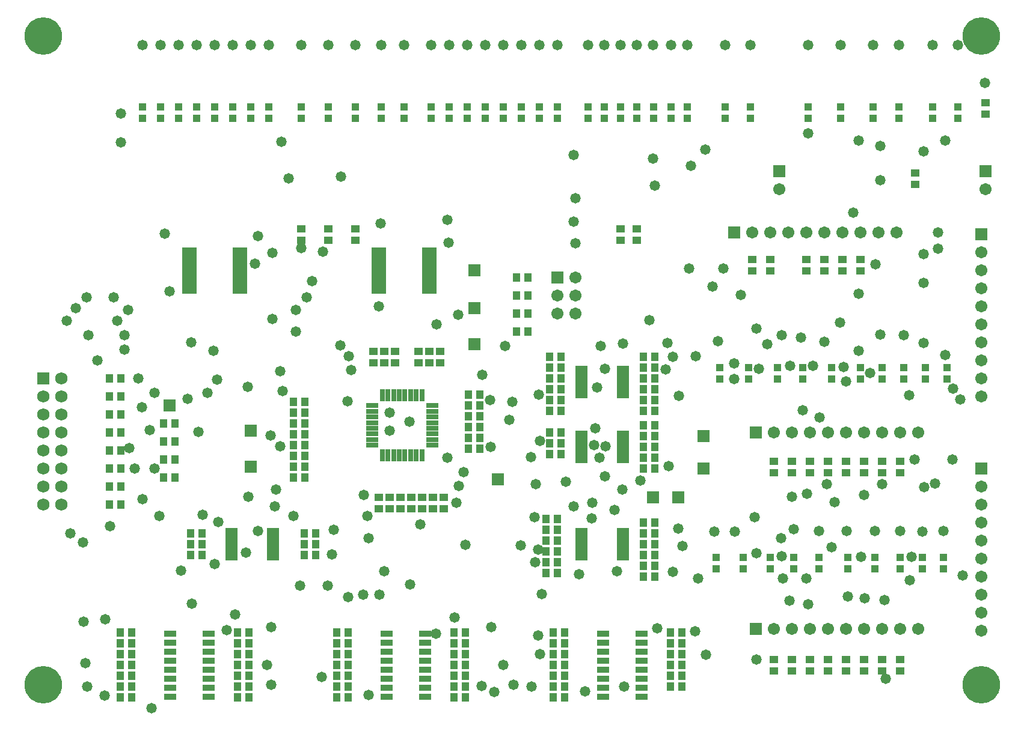
<source format=gts>
G04*
G04 #@! TF.GenerationSoftware,Altium Limited,Altium Designer,22.3.1 (43)*
G04*
G04 Layer_Color=8388736*
%FSLAX25Y25*%
%MOIN*%
G70*
G04*
G04 #@! TF.SameCoordinates,60FF7B14-72D9-4FEE-8752-AF75FF6C3092*
G04*
G04*
G04 #@! TF.FilePolarity,Negative*
G04*
G01*
G75*
%ADD23R,0.03950X0.03950*%
%ADD24R,0.03950X0.04540*%
%ADD25R,0.06607X0.02572*%
%ADD26R,0.04540X0.03950*%
%ADD27R,0.07887X0.02572*%
%ADD28R,0.03162X0.06607*%
%ADD29R,0.06607X0.03162*%
%ADD30R,0.06804X0.03359*%
%ADD31R,0.06706X0.06706*%
%ADD32C,0.06706*%
%ADD33R,0.06706X0.06706*%
%ADD34C,0.06800*%
%ADD35R,0.06800X0.06800*%
%ADD36C,0.20800*%
%ADD37C,0.05800*%
D23*
X163000Y334350D02*
D03*
Y340650D02*
D03*
X178000Y334350D02*
D03*
Y340650D02*
D03*
X193000Y334350D02*
D03*
Y340650D02*
D03*
X220000Y334350D02*
D03*
Y340650D02*
D03*
X207500Y334350D02*
D03*
Y340650D02*
D03*
X521000Y189850D02*
D03*
Y196150D02*
D03*
X322000Y340650D02*
D03*
Y334350D02*
D03*
X331000Y340650D02*
D03*
Y334350D02*
D03*
X340000Y340650D02*
D03*
Y334350D02*
D03*
X349000Y340650D02*
D03*
Y334350D02*
D03*
X358500Y340650D02*
D03*
Y334350D02*
D03*
X368000Y340650D02*
D03*
Y334350D02*
D03*
X377000Y340650D02*
D03*
Y334350D02*
D03*
X398000Y340650D02*
D03*
Y334350D02*
D03*
X412000Y340650D02*
D03*
Y334350D02*
D03*
X444000Y340650D02*
D03*
Y334350D02*
D03*
X462000Y340650D02*
D03*
Y334350D02*
D03*
X480000Y340650D02*
D03*
Y334350D02*
D03*
X494500Y340650D02*
D03*
Y334350D02*
D03*
X145000Y340650D02*
D03*
Y334350D02*
D03*
X135000Y340650D02*
D03*
Y334350D02*
D03*
X125000Y340650D02*
D03*
Y334350D02*
D03*
X115000Y340650D02*
D03*
Y334350D02*
D03*
X105000Y340650D02*
D03*
Y334350D02*
D03*
X95000Y340650D02*
D03*
Y334350D02*
D03*
X85000Y340650D02*
D03*
Y334350D02*
D03*
X75000Y340650D02*
D03*
Y334350D02*
D03*
X527000Y340650D02*
D03*
Y334350D02*
D03*
X513000Y340650D02*
D03*
Y334350D02*
D03*
X393000Y90650D02*
D03*
Y84350D02*
D03*
X408000Y90650D02*
D03*
Y84350D02*
D03*
X423000Y90650D02*
D03*
Y84350D02*
D03*
X436000Y90650D02*
D03*
Y84350D02*
D03*
X450000Y90650D02*
D03*
Y84350D02*
D03*
X466000Y90650D02*
D03*
Y84350D02*
D03*
X481000Y90650D02*
D03*
Y84350D02*
D03*
X495000Y90650D02*
D03*
Y84350D02*
D03*
X507500Y90650D02*
D03*
Y84350D02*
D03*
X519000Y90650D02*
D03*
Y84350D02*
D03*
X305000Y340650D02*
D03*
Y334350D02*
D03*
X295000Y340650D02*
D03*
Y334350D02*
D03*
X285000Y340650D02*
D03*
Y334350D02*
D03*
X275000Y340650D02*
D03*
Y334350D02*
D03*
X265000Y340650D02*
D03*
Y334350D02*
D03*
X255000Y340650D02*
D03*
Y334350D02*
D03*
X245000Y340650D02*
D03*
Y334350D02*
D03*
X235000Y340650D02*
D03*
Y334350D02*
D03*
X395000Y196150D02*
D03*
Y189850D02*
D03*
X411000Y196150D02*
D03*
Y189850D02*
D03*
X427000Y196150D02*
D03*
Y189850D02*
D03*
X441000Y196150D02*
D03*
Y189850D02*
D03*
X457000Y196150D02*
D03*
Y189850D02*
D03*
X473000Y196150D02*
D03*
Y189850D02*
D03*
X485000Y196150D02*
D03*
Y189850D02*
D03*
X497000Y196150D02*
D03*
Y189850D02*
D03*
X509000Y196150D02*
D03*
Y189850D02*
D03*
D24*
X352850Y110000D02*
D03*
X359150D02*
D03*
X352850Y98000D02*
D03*
X359150D02*
D03*
Y92000D02*
D03*
X352850D02*
D03*
Y86000D02*
D03*
X359150D02*
D03*
Y80000D02*
D03*
X352850D02*
D03*
X359150Y196000D02*
D03*
X352850D02*
D03*
X101850Y104000D02*
D03*
X108150D02*
D03*
X101850Y98000D02*
D03*
X108150D02*
D03*
X101850Y92000D02*
D03*
X108150D02*
D03*
X171150D02*
D03*
X164850D02*
D03*
X171150Y98000D02*
D03*
X164850D02*
D03*
X171150Y104000D02*
D03*
X164850D02*
D03*
X307150Y196000D02*
D03*
X300850D02*
D03*
Y202000D02*
D03*
X307150D02*
D03*
Y184000D02*
D03*
X300850D02*
D03*
Y190000D02*
D03*
X307150D02*
D03*
Y172000D02*
D03*
X300850D02*
D03*
Y178000D02*
D03*
X307150D02*
D03*
X352850Y172000D02*
D03*
X359150D02*
D03*
Y178000D02*
D03*
X352850D02*
D03*
Y184000D02*
D03*
X359150D02*
D03*
Y190000D02*
D03*
X352850D02*
D03*
X359150Y202000D02*
D03*
X352850D02*
D03*
X305150Y106000D02*
D03*
X298850D02*
D03*
Y112000D02*
D03*
X305150D02*
D03*
Y94000D02*
D03*
X298850D02*
D03*
Y100000D02*
D03*
X305150D02*
D03*
Y82000D02*
D03*
X298850D02*
D03*
Y88000D02*
D03*
X305150D02*
D03*
X352850Y104000D02*
D03*
X359150D02*
D03*
X300850Y160000D02*
D03*
X307150D02*
D03*
X300850Y154000D02*
D03*
X307150D02*
D03*
X300850Y148000D02*
D03*
X307150D02*
D03*
X359150Y140000D02*
D03*
X352850D02*
D03*
Y146000D02*
D03*
X359150D02*
D03*
Y152000D02*
D03*
X352850D02*
D03*
Y158000D02*
D03*
X359150D02*
D03*
Y164000D02*
D03*
X352850D02*
D03*
X282350Y246000D02*
D03*
X288650D02*
D03*
X63150Y190000D02*
D03*
X56850D02*
D03*
X288650Y216000D02*
D03*
X282350D02*
D03*
Y236000D02*
D03*
X288650D02*
D03*
X63150Y180000D02*
D03*
X56850D02*
D03*
X282350Y226000D02*
D03*
X288650D02*
D03*
X86850Y165000D02*
D03*
X93150D02*
D03*
X63150Y170000D02*
D03*
X56850D02*
D03*
X86850Y155000D02*
D03*
X93150D02*
D03*
X63150Y160000D02*
D03*
X56850D02*
D03*
X86850Y145000D02*
D03*
X93150D02*
D03*
X63150Y150000D02*
D03*
X56850D02*
D03*
X86850Y135000D02*
D03*
X93150D02*
D03*
X63150Y140000D02*
D03*
X56850D02*
D03*
X63150Y130000D02*
D03*
X56850D02*
D03*
X63150Y120000D02*
D03*
X56850D02*
D03*
X255850Y181000D02*
D03*
X262150D02*
D03*
X158850Y177000D02*
D03*
X165150D02*
D03*
X255850Y175000D02*
D03*
X262150D02*
D03*
X158850Y171000D02*
D03*
X165150D02*
D03*
X255850Y169000D02*
D03*
X262150D02*
D03*
X158850Y165000D02*
D03*
X165150D02*
D03*
X255850Y163000D02*
D03*
X262150D02*
D03*
X158850Y159000D02*
D03*
X165150D02*
D03*
X255850Y157000D02*
D03*
X262150D02*
D03*
X158850Y153000D02*
D03*
X165150D02*
D03*
X255850Y151000D02*
D03*
X262150D02*
D03*
X158850Y147000D02*
D03*
X165150D02*
D03*
X158850Y141000D02*
D03*
X165150D02*
D03*
X158850Y135000D02*
D03*
X165150D02*
D03*
X247850Y49000D02*
D03*
X254150D02*
D03*
X189150D02*
D03*
X182850D02*
D03*
X254150Y43000D02*
D03*
X247850D02*
D03*
X189150D02*
D03*
X182850D02*
D03*
X254150Y37000D02*
D03*
X247850D02*
D03*
X189150D02*
D03*
X182850D02*
D03*
X254150Y31000D02*
D03*
X247850D02*
D03*
X189150D02*
D03*
X182850D02*
D03*
X254150Y25000D02*
D03*
X247850D02*
D03*
X189150D02*
D03*
X182850D02*
D03*
X254150Y19000D02*
D03*
X247850D02*
D03*
X189150D02*
D03*
X182850D02*
D03*
X189150Y13000D02*
D03*
X182850D02*
D03*
X247850D02*
D03*
X254150D02*
D03*
X127850Y49000D02*
D03*
X134150D02*
D03*
X69150D02*
D03*
X62850D02*
D03*
X134150Y43000D02*
D03*
X127850D02*
D03*
X69150D02*
D03*
X62850D02*
D03*
X134150Y37000D02*
D03*
X127850D02*
D03*
X69150D02*
D03*
X62850D02*
D03*
X134150Y31000D02*
D03*
X127850D02*
D03*
X69150D02*
D03*
X62850D02*
D03*
X134150Y25000D02*
D03*
X127850D02*
D03*
X69150D02*
D03*
X62850D02*
D03*
X134150Y19000D02*
D03*
X127850D02*
D03*
X367850Y49000D02*
D03*
X374150D02*
D03*
X69150Y19000D02*
D03*
X62850D02*
D03*
X309150Y49000D02*
D03*
X302850D02*
D03*
X374150Y43000D02*
D03*
X367850D02*
D03*
X69150Y13000D02*
D03*
X62850D02*
D03*
X309150Y43000D02*
D03*
X302850D02*
D03*
X374150Y37000D02*
D03*
X367850D02*
D03*
X309150D02*
D03*
X302850D02*
D03*
X374150Y31000D02*
D03*
X367850D02*
D03*
X127850Y13000D02*
D03*
X134150D02*
D03*
X309150Y31000D02*
D03*
X302850D02*
D03*
X374150Y25000D02*
D03*
X367850D02*
D03*
X309150D02*
D03*
X302850D02*
D03*
X374150Y19000D02*
D03*
X367850D02*
D03*
X309150D02*
D03*
X302850D02*
D03*
X309150Y13000D02*
D03*
X302850D02*
D03*
D25*
X341567Y195677D02*
D03*
Y193118D02*
D03*
Y190559D02*
D03*
Y188000D02*
D03*
Y185441D02*
D03*
Y182882D02*
D03*
Y180323D02*
D03*
X318433D02*
D03*
Y182882D02*
D03*
Y185441D02*
D03*
Y188000D02*
D03*
Y190559D02*
D03*
Y193118D02*
D03*
Y195677D02*
D03*
X124433Y105677D02*
D03*
Y103118D02*
D03*
Y100559D02*
D03*
Y98000D02*
D03*
Y95441D02*
D03*
Y92882D02*
D03*
Y90323D02*
D03*
X147567D02*
D03*
Y92882D02*
D03*
Y95441D02*
D03*
Y98000D02*
D03*
Y100559D02*
D03*
Y103118D02*
D03*
Y105677D02*
D03*
X318433D02*
D03*
Y103118D02*
D03*
Y100559D02*
D03*
Y98000D02*
D03*
Y95441D02*
D03*
Y92882D02*
D03*
Y90323D02*
D03*
X341567D02*
D03*
Y92882D02*
D03*
Y95441D02*
D03*
Y98000D02*
D03*
Y100559D02*
D03*
Y103118D02*
D03*
Y105677D02*
D03*
X318433Y159677D02*
D03*
Y157118D02*
D03*
Y154559D02*
D03*
Y152000D02*
D03*
Y149441D02*
D03*
Y146882D02*
D03*
Y144323D02*
D03*
X341567D02*
D03*
Y146882D02*
D03*
Y149441D02*
D03*
Y152000D02*
D03*
Y154559D02*
D03*
Y157118D02*
D03*
Y159677D02*
D03*
D26*
X413000Y256150D02*
D03*
Y249850D02*
D03*
X473000Y256150D02*
D03*
Y249850D02*
D03*
X463000Y256150D02*
D03*
Y249850D02*
D03*
X453000Y256150D02*
D03*
Y249850D02*
D03*
X443000Y256150D02*
D03*
Y249850D02*
D03*
X423000Y256150D02*
D03*
Y249850D02*
D03*
X485000Y137850D02*
D03*
Y144150D02*
D03*
X193000Y266850D02*
D03*
Y273150D02*
D03*
X163000Y266850D02*
D03*
Y273150D02*
D03*
X340000Y266850D02*
D03*
Y273150D02*
D03*
X178000Y266850D02*
D03*
Y273150D02*
D03*
X349000Y266850D02*
D03*
Y273150D02*
D03*
X503500Y297850D02*
D03*
Y304150D02*
D03*
X228000Y198850D02*
D03*
Y205150D02*
D03*
X215000D02*
D03*
Y198850D02*
D03*
X234000D02*
D03*
Y205150D02*
D03*
X209000D02*
D03*
Y198850D02*
D03*
X240000D02*
D03*
Y205150D02*
D03*
X203000D02*
D03*
Y198850D02*
D03*
X542500Y336850D02*
D03*
Y343150D02*
D03*
X242000Y124150D02*
D03*
Y117850D02*
D03*
X236000Y124150D02*
D03*
Y117850D02*
D03*
X230000Y124150D02*
D03*
Y117850D02*
D03*
X224000Y124150D02*
D03*
Y117850D02*
D03*
X206000D02*
D03*
Y124150D02*
D03*
X218000D02*
D03*
Y117850D02*
D03*
X212000Y124150D02*
D03*
Y117850D02*
D03*
X425000Y27850D02*
D03*
Y34150D02*
D03*
X435000Y27850D02*
D03*
Y34150D02*
D03*
X445000Y27850D02*
D03*
Y34150D02*
D03*
X455000Y27850D02*
D03*
Y34150D02*
D03*
X465000Y27850D02*
D03*
Y34150D02*
D03*
X475000Y27850D02*
D03*
Y34150D02*
D03*
X485000Y27850D02*
D03*
Y34150D02*
D03*
X495000Y27850D02*
D03*
Y34150D02*
D03*
X425000Y137850D02*
D03*
Y144150D02*
D03*
X435000Y137850D02*
D03*
Y144150D02*
D03*
X445000Y137850D02*
D03*
Y144150D02*
D03*
X455000Y137850D02*
D03*
Y144150D02*
D03*
X465000Y137850D02*
D03*
Y144150D02*
D03*
X475000Y137850D02*
D03*
Y144150D02*
D03*
X495000Y137850D02*
D03*
Y144150D02*
D03*
D27*
X101024Y261516D02*
D03*
Y258957D02*
D03*
Y256398D02*
D03*
Y253839D02*
D03*
Y251280D02*
D03*
Y248720D02*
D03*
Y246161D02*
D03*
Y243602D02*
D03*
Y241043D02*
D03*
Y238484D02*
D03*
X128976D02*
D03*
Y241043D02*
D03*
Y243602D02*
D03*
Y246161D02*
D03*
Y248720D02*
D03*
Y251280D02*
D03*
Y253839D02*
D03*
Y256398D02*
D03*
Y258957D02*
D03*
Y261516D02*
D03*
X206024D02*
D03*
Y258957D02*
D03*
Y256398D02*
D03*
Y253839D02*
D03*
Y251280D02*
D03*
Y248720D02*
D03*
Y246161D02*
D03*
Y243602D02*
D03*
Y241043D02*
D03*
Y238484D02*
D03*
X233976D02*
D03*
Y241043D02*
D03*
Y243602D02*
D03*
Y246161D02*
D03*
Y248720D02*
D03*
Y251280D02*
D03*
Y253839D02*
D03*
Y256398D02*
D03*
Y258957D02*
D03*
Y261516D02*
D03*
D28*
X207976Y180685D02*
D03*
X211126D02*
D03*
X214276D02*
D03*
X217425D02*
D03*
X220575D02*
D03*
X223724D02*
D03*
X226874D02*
D03*
X230024D02*
D03*
Y147315D02*
D03*
X226874D02*
D03*
X223724D02*
D03*
X220575D02*
D03*
X217425D02*
D03*
X214276D02*
D03*
X211126D02*
D03*
X207976D02*
D03*
D29*
X235685Y175024D02*
D03*
Y171874D02*
D03*
Y168724D02*
D03*
Y165575D02*
D03*
Y162425D02*
D03*
Y159276D02*
D03*
Y156126D02*
D03*
Y152976D02*
D03*
X202315D02*
D03*
Y156126D02*
D03*
Y159276D02*
D03*
Y162425D02*
D03*
Y165575D02*
D03*
Y168724D02*
D03*
Y171874D02*
D03*
Y175024D02*
D03*
D30*
X231677Y48500D02*
D03*
Y43500D02*
D03*
Y38500D02*
D03*
Y33500D02*
D03*
Y28500D02*
D03*
Y23500D02*
D03*
Y18500D02*
D03*
Y13500D02*
D03*
X210323D02*
D03*
Y18500D02*
D03*
Y23500D02*
D03*
Y28500D02*
D03*
Y33500D02*
D03*
Y38500D02*
D03*
Y43500D02*
D03*
Y48500D02*
D03*
X111677D02*
D03*
Y43500D02*
D03*
Y38500D02*
D03*
Y33500D02*
D03*
Y28500D02*
D03*
Y23500D02*
D03*
Y18500D02*
D03*
Y13500D02*
D03*
X90323D02*
D03*
Y18500D02*
D03*
Y23500D02*
D03*
Y28500D02*
D03*
Y33500D02*
D03*
Y38500D02*
D03*
Y43500D02*
D03*
Y48500D02*
D03*
X351677D02*
D03*
Y43500D02*
D03*
Y38500D02*
D03*
Y33500D02*
D03*
Y28500D02*
D03*
Y23500D02*
D03*
Y18500D02*
D03*
Y13500D02*
D03*
X330323D02*
D03*
Y18500D02*
D03*
Y23500D02*
D03*
Y28500D02*
D03*
Y33500D02*
D03*
Y38500D02*
D03*
Y43500D02*
D03*
Y48500D02*
D03*
D31*
X540000Y140000D02*
D03*
Y270000D02*
D03*
X305000Y246000D02*
D03*
D32*
X540000Y90000D02*
D03*
Y130000D02*
D03*
Y80000D02*
D03*
Y120000D02*
D03*
Y70000D02*
D03*
Y110000D02*
D03*
Y60000D02*
D03*
Y100000D02*
D03*
Y50000D02*
D03*
X465000Y160000D02*
D03*
X425000D02*
D03*
X475000D02*
D03*
X435000D02*
D03*
X485000D02*
D03*
X445000D02*
D03*
X495000D02*
D03*
X455000D02*
D03*
X505000D02*
D03*
X465000Y51000D02*
D03*
X425000D02*
D03*
X475000D02*
D03*
X435000D02*
D03*
X485000D02*
D03*
X445000D02*
D03*
X495000D02*
D03*
X455000D02*
D03*
X505000D02*
D03*
X540000Y220000D02*
D03*
Y260000D02*
D03*
Y210000D02*
D03*
Y250000D02*
D03*
Y200000D02*
D03*
Y240000D02*
D03*
Y190000D02*
D03*
Y230000D02*
D03*
Y180000D02*
D03*
X453000Y271000D02*
D03*
X413000D02*
D03*
X463000D02*
D03*
X423000D02*
D03*
X473000D02*
D03*
X433000D02*
D03*
X483000D02*
D03*
X443000D02*
D03*
X493000D02*
D03*
X542500Y295000D02*
D03*
X428000D02*
D03*
X315000Y226000D02*
D03*
X305000D02*
D03*
X315000Y236000D02*
D03*
X305000D02*
D03*
X315000Y246000D02*
D03*
D33*
X415000Y160000D02*
D03*
Y51000D02*
D03*
X403000Y271000D02*
D03*
X542500Y305000D02*
D03*
X428000D02*
D03*
X90000Y175000D02*
D03*
X259000Y250000D02*
D03*
Y209000D02*
D03*
Y229000D02*
D03*
X272000Y134000D02*
D03*
X135000Y161000D02*
D03*
Y141000D02*
D03*
X358000Y124000D02*
D03*
X372000D02*
D03*
X386000Y158000D02*
D03*
Y140000D02*
D03*
D34*
X30000Y120000D02*
D03*
Y130000D02*
D03*
Y140000D02*
D03*
Y150000D02*
D03*
Y160000D02*
D03*
Y170000D02*
D03*
Y180000D02*
D03*
X20000Y120000D02*
D03*
Y130000D02*
D03*
Y140000D02*
D03*
Y150000D02*
D03*
Y160000D02*
D03*
Y170000D02*
D03*
X30000Y190000D02*
D03*
X20000Y180000D02*
D03*
D35*
Y190000D02*
D03*
D36*
Y380000D02*
D03*
Y20000D02*
D03*
X540000D02*
D03*
Y380000D02*
D03*
D37*
X508000Y243000D02*
D03*
Y316000D02*
D03*
Y259000D02*
D03*
X484000Y300000D02*
D03*
Y319000D02*
D03*
X315000Y265000D02*
D03*
X359000Y297000D02*
D03*
X444000Y326000D02*
D03*
X314000Y277000D02*
D03*
X315000Y290000D02*
D03*
X472000Y237000D02*
D03*
X524000Y145000D02*
D03*
X516000Y271000D02*
D03*
Y262000D02*
D03*
X50000Y200000D02*
D03*
X57000Y108000D02*
D03*
X65000Y206000D02*
D03*
X102000Y210000D02*
D03*
X147000Y223000D02*
D03*
X65000Y214000D02*
D03*
X45000D02*
D03*
X160000Y216000D02*
D03*
X114500Y205600D02*
D03*
X169000Y244000D02*
D03*
X59000Y235000D02*
D03*
X90000Y238500D02*
D03*
X166000Y235000D02*
D03*
X44000D02*
D03*
X38000Y229000D02*
D03*
X33000Y222000D02*
D03*
X61000D02*
D03*
X160000Y228000D02*
D03*
X67000D02*
D03*
X42000Y99000D02*
D03*
X35000Y104000D02*
D03*
X185000Y302000D02*
D03*
X133500Y185500D02*
D03*
X133900Y124600D02*
D03*
X206000Y230000D02*
D03*
X207000Y276000D02*
D03*
X244000Y278000D02*
D03*
X139000Y269000D02*
D03*
X72661Y190000D02*
D03*
X100100Y178700D02*
D03*
X111000Y182000D02*
D03*
X276000Y208000D02*
D03*
X263500Y192000D02*
D03*
X329000Y208000D02*
D03*
X156000Y301000D02*
D03*
X379000Y308000D02*
D03*
X358000Y312000D02*
D03*
X469000Y282000D02*
D03*
X520000Y322000D02*
D03*
X378000Y251000D02*
D03*
X397000D02*
D03*
X391000Y241000D02*
D03*
X381800Y202400D02*
D03*
X472000Y322000D02*
D03*
X387000Y317000D02*
D03*
X542000Y354000D02*
D03*
X513000Y375000D02*
D03*
X527000D02*
D03*
X494500D02*
D03*
X480000D02*
D03*
X462000D02*
D03*
X444000D02*
D03*
X412000D02*
D03*
X398000D02*
D03*
X314000Y314000D02*
D03*
X377000Y375000D02*
D03*
X368000D02*
D03*
X358000D02*
D03*
X349000D02*
D03*
X340000D02*
D03*
X331000D02*
D03*
X322000D02*
D03*
X305000D02*
D03*
X295000D02*
D03*
X285000D02*
D03*
X275000D02*
D03*
X265000D02*
D03*
X255000D02*
D03*
X245000D02*
D03*
X235000D02*
D03*
X220000D02*
D03*
X207500D02*
D03*
X193000D02*
D03*
X178000D02*
D03*
X163000D02*
D03*
X63000Y337000D02*
D03*
X145000Y375000D02*
D03*
X135000D02*
D03*
X125000D02*
D03*
X115000D02*
D03*
X105000D02*
D03*
X95000D02*
D03*
X85000D02*
D03*
X75000D02*
D03*
X403000Y198500D02*
D03*
X485000Y131500D02*
D03*
X454500D02*
D03*
X174500Y24500D02*
D03*
X429500Y214000D02*
D03*
X481000Y105500D02*
D03*
X146500Y20000D02*
D03*
X180000Y92500D02*
D03*
X209200Y83000D02*
D03*
X117000Y110500D02*
D03*
X229000Y109000D02*
D03*
X200500Y101500D02*
D03*
X481500Y253500D02*
D03*
X403500Y105000D02*
D03*
X392000D02*
D03*
X503000Y145000D02*
D03*
X478500Y193000D02*
D03*
X465000Y188500D02*
D03*
X463700Y196550D02*
D03*
X249000Y121000D02*
D03*
X250500Y130500D02*
D03*
X292500Y113000D02*
D03*
X280000Y177000D02*
D03*
X278300Y167000D02*
D03*
X338000Y83000D02*
D03*
X317000Y81500D02*
D03*
X296500Y70500D02*
D03*
X151500Y152500D02*
D03*
X146000Y158500D02*
D03*
X484000Y214500D02*
D03*
X495000Y105500D02*
D03*
X519000D02*
D03*
X507500Y105000D02*
D03*
X429500Y91500D02*
D03*
X430000Y79000D02*
D03*
X500500Y78000D02*
D03*
X415450Y93000D02*
D03*
X450500Y168500D02*
D03*
X441000Y172500D02*
D03*
X200500Y14500D02*
D03*
X212000Y171000D02*
D03*
Y161000D02*
D03*
X327000Y185000D02*
D03*
X369052Y202203D02*
D03*
X365000Y195000D02*
D03*
X331500Y195600D02*
D03*
X341500Y209500D02*
D03*
X238200Y220000D02*
D03*
X326000Y162500D02*
D03*
X331718Y152300D02*
D03*
X290500Y146500D02*
D03*
X324000Y112500D02*
D03*
X314000Y119000D02*
D03*
X414500Y113000D02*
D03*
X443500Y126000D02*
D03*
X429000Y101500D02*
D03*
X415500Y34000D02*
D03*
X360500Y51500D02*
D03*
X320500Y16500D02*
D03*
X295500Y37000D02*
D03*
X294500Y47500D02*
D03*
X268500Y52000D02*
D03*
X80000Y7000D02*
D03*
X342000Y19000D02*
D03*
X270000Y16000D02*
D03*
X54000Y14000D02*
D03*
X43500Y32000D02*
D03*
X54500Y56500D02*
D03*
X42500Y55000D02*
D03*
X75000Y123000D02*
D03*
X108500Y114500D02*
D03*
X96500Y83500D02*
D03*
X189000Y68853D02*
D03*
X248000Y57500D02*
D03*
X275000Y31000D02*
D03*
X263000Y19500D02*
D03*
X126500Y59000D02*
D03*
X162451Y75000D02*
D03*
X177700D02*
D03*
X102500Y65000D02*
D03*
X197500Y70000D02*
D03*
X206500D02*
D03*
X223400Y75937D02*
D03*
X116500Y189500D02*
D03*
X148471Y119000D02*
D03*
X87500Y270500D02*
D03*
X63000Y321000D02*
D03*
X152000Y321500D02*
D03*
X81800Y182000D02*
D03*
X184700Y208300D02*
D03*
X189400Y202400D02*
D03*
X74600Y174000D02*
D03*
X152900Y183000D02*
D03*
X67600Y151400D02*
D03*
X158900Y113700D02*
D03*
X84300D02*
D03*
X137400Y253839D02*
D03*
X188700Y177400D02*
D03*
X149100Y128400D02*
D03*
X78970Y161500D02*
D03*
X199900Y113900D02*
D03*
X163000Y262300D02*
D03*
X175100Y260600D02*
D03*
X197600Y125327D02*
D03*
X139100Y105500D02*
D03*
X284600Y97400D02*
D03*
X444000Y64800D02*
D03*
X475500Y68000D02*
D03*
X372200Y106700D02*
D03*
X487000Y23400D02*
D03*
X294400Y95100D02*
D03*
X374312Y97000D02*
D03*
X501300Y91150D02*
D03*
X292900Y88000D02*
D03*
X433900Y66800D02*
D03*
X324300Y121100D02*
D03*
X475000Y125600D02*
D03*
X309700Y132800D02*
D03*
X403000Y189900D02*
D03*
X435000Y124300D02*
D03*
X44500Y19000D02*
D03*
X524400Y184400D02*
D03*
X528400Y178400D02*
D03*
X115200Y87100D02*
D03*
X443100Y79200D02*
D03*
X415400Y217800D02*
D03*
X280600Y20000D02*
D03*
X146400Y52100D02*
D03*
X421400Y209100D02*
D03*
X356000Y222500D02*
D03*
X294900Y181200D02*
D03*
X453000Y210400D02*
D03*
X268000Y152000D02*
D03*
X394000Y210700D02*
D03*
X372500Y180600D02*
D03*
X366000Y209800D02*
D03*
X387500Y36800D02*
D03*
X529700Y80900D02*
D03*
X290700Y19000D02*
D03*
X81600Y140000D02*
D03*
X106100Y160500D02*
D03*
X180942Y106000D02*
D03*
X253100Y138000D02*
D03*
X267650Y177950D02*
D03*
X366700Y141300D02*
D03*
X293100Y131400D02*
D03*
X331300Y135937D02*
D03*
X500000Y180850D02*
D03*
X514400Y131700D02*
D03*
X508300Y129700D02*
D03*
X458800Y121300D02*
D03*
X341100Y128500D02*
D03*
X132408Y93600D02*
D03*
X151500Y194000D02*
D03*
X70700Y140000D02*
D03*
X250100Y225300D02*
D03*
X190800Y194900D02*
D03*
X147200Y259800D02*
D03*
X466000Y69000D02*
D03*
X254150Y97700D02*
D03*
X369200Y82800D02*
D03*
X381500Y49700D02*
D03*
X295400Y155400D02*
D03*
X486300Y67000D02*
D03*
X436000Y106325D02*
D03*
X325400Y153100D02*
D03*
X351100Y133500D02*
D03*
X472000Y205500D02*
D03*
X383033Y79000D02*
D03*
X336600Y117100D02*
D03*
X328408Y146200D02*
D03*
X446700Y197150D02*
D03*
X434000D02*
D03*
X416700Y195550D02*
D03*
X473500Y91100D02*
D03*
X457200Y96300D02*
D03*
X144000Y31000D02*
D03*
X520000Y203000D02*
D03*
X508000Y209900D02*
D03*
X497000Y214200D02*
D03*
X461900Y221250D02*
D03*
X440000Y212900D02*
D03*
X465575Y105300D02*
D03*
X450000Y105600D02*
D03*
X121750Y50400D02*
D03*
X223100Y166000D02*
D03*
X406900Y236400D02*
D03*
X244000Y146000D02*
D03*
X244591Y265600D02*
D03*
X237679Y48500D02*
D03*
M02*

</source>
